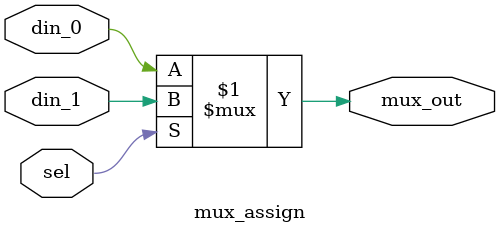
<source format=v>
module mux_assign
    (
        input din_0 ,   // Первый вход
        input din_1 ,   // Второй вход
        input sel ,     // Выбор входа
        output mux_out  // Выход
    );

    assign mux_out = (sel) ? din_1 : din_0; // выбор значения выхода с помощью 
                                            // тернарного оператора

endmodule
</source>
